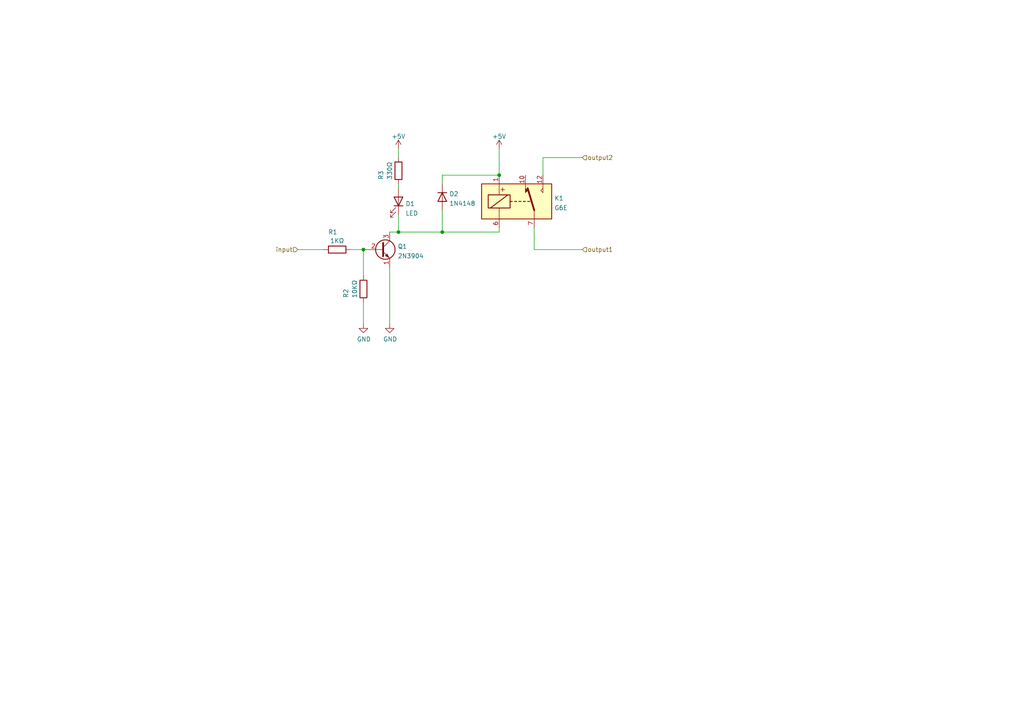
<source format=kicad_sch>
(kicad_sch (version 20211123) (generator eeschema)

  (uuid bb5ba3a0-4714-4acf-8285-c37121ec5d3f)

  (paper "A4")

  (lib_symbols
    (symbol "Device:LED" (pin_numbers hide) (pin_names (offset 1.016) hide) (in_bom yes) (on_board yes)
      (property "Reference" "D" (id 0) (at 0 2.54 0)
        (effects (font (size 1.27 1.27)))
      )
      (property "Value" "LED" (id 1) (at 0 -2.54 0)
        (effects (font (size 1.27 1.27)))
      )
      (property "Footprint" "" (id 2) (at 0 0 0)
        (effects (font (size 1.27 1.27)) hide)
      )
      (property "Datasheet" "~" (id 3) (at 0 0 0)
        (effects (font (size 1.27 1.27)) hide)
      )
      (property "ki_keywords" "LED diode" (id 4) (at 0 0 0)
        (effects (font (size 1.27 1.27)) hide)
      )
      (property "ki_description" "Light emitting diode" (id 5) (at 0 0 0)
        (effects (font (size 1.27 1.27)) hide)
      )
      (property "ki_fp_filters" "LED* LED_SMD:* LED_THT:*" (id 6) (at 0 0 0)
        (effects (font (size 1.27 1.27)) hide)
      )
      (symbol "LED_0_1"
        (polyline
          (pts
            (xy -1.27 -1.27)
            (xy -1.27 1.27)
          )
          (stroke (width 0.254) (type default) (color 0 0 0 0))
          (fill (type none))
        )
        (polyline
          (pts
            (xy -1.27 0)
            (xy 1.27 0)
          )
          (stroke (width 0) (type default) (color 0 0 0 0))
          (fill (type none))
        )
        (polyline
          (pts
            (xy 1.27 -1.27)
            (xy 1.27 1.27)
            (xy -1.27 0)
            (xy 1.27 -1.27)
          )
          (stroke (width 0.254) (type default) (color 0 0 0 0))
          (fill (type none))
        )
        (polyline
          (pts
            (xy -3.048 -0.762)
            (xy -4.572 -2.286)
            (xy -3.81 -2.286)
            (xy -4.572 -2.286)
            (xy -4.572 -1.524)
          )
          (stroke (width 0) (type default) (color 0 0 0 0))
          (fill (type none))
        )
        (polyline
          (pts
            (xy -1.778 -0.762)
            (xy -3.302 -2.286)
            (xy -2.54 -2.286)
            (xy -3.302 -2.286)
            (xy -3.302 -1.524)
          )
          (stroke (width 0) (type default) (color 0 0 0 0))
          (fill (type none))
        )
      )
      (symbol "LED_1_1"
        (pin passive line (at -3.81 0 0) (length 2.54)
          (name "K" (effects (font (size 1.27 1.27))))
          (number "1" (effects (font (size 1.27 1.27))))
        )
        (pin passive line (at 3.81 0 180) (length 2.54)
          (name "A" (effects (font (size 1.27 1.27))))
          (number "2" (effects (font (size 1.27 1.27))))
        )
      )
    )
    (symbol "Device:R" (pin_numbers hide) (pin_names (offset 0)) (in_bom yes) (on_board yes)
      (property "Reference" "R" (id 0) (at 2.032 0 90)
        (effects (font (size 1.27 1.27)))
      )
      (property "Value" "R" (id 1) (at 0 0 90)
        (effects (font (size 1.27 1.27)))
      )
      (property "Footprint" "" (id 2) (at -1.778 0 90)
        (effects (font (size 1.27 1.27)) hide)
      )
      (property "Datasheet" "~" (id 3) (at 0 0 0)
        (effects (font (size 1.27 1.27)) hide)
      )
      (property "ki_keywords" "R res resistor" (id 4) (at 0 0 0)
        (effects (font (size 1.27 1.27)) hide)
      )
      (property "ki_description" "Resistor" (id 5) (at 0 0 0)
        (effects (font (size 1.27 1.27)) hide)
      )
      (property "ki_fp_filters" "R_*" (id 6) (at 0 0 0)
        (effects (font (size 1.27 1.27)) hide)
      )
      (symbol "R_0_1"
        (rectangle (start -1.016 -2.54) (end 1.016 2.54)
          (stroke (width 0.254) (type default) (color 0 0 0 0))
          (fill (type none))
        )
      )
      (symbol "R_1_1"
        (pin passive line (at 0 3.81 270) (length 1.27)
          (name "~" (effects (font (size 1.27 1.27))))
          (number "1" (effects (font (size 1.27 1.27))))
        )
        (pin passive line (at 0 -3.81 90) (length 1.27)
          (name "~" (effects (font (size 1.27 1.27))))
          (number "2" (effects (font (size 1.27 1.27))))
        )
      )
    )
    (symbol "Diode:1N4148" (pin_numbers hide) (pin_names (offset 1.016) hide) (in_bom yes) (on_board yes)
      (property "Reference" "D" (id 0) (at 0 2.54 0)
        (effects (font (size 1.27 1.27)))
      )
      (property "Value" "1N4148" (id 1) (at 0 -2.54 0)
        (effects (font (size 1.27 1.27)))
      )
      (property "Footprint" "Diode_THT:D_DO-35_SOD27_P7.62mm_Horizontal" (id 2) (at 0 -4.445 0)
        (effects (font (size 1.27 1.27)) hide)
      )
      (property "Datasheet" "https://assets.nexperia.com/documents/data-sheet/1N4148_1N4448.pdf" (id 3) (at 0 0 0)
        (effects (font (size 1.27 1.27)) hide)
      )
      (property "ki_keywords" "diode" (id 4) (at 0 0 0)
        (effects (font (size 1.27 1.27)) hide)
      )
      (property "ki_description" "100V 0.15A standard switching diode, DO-35" (id 5) (at 0 0 0)
        (effects (font (size 1.27 1.27)) hide)
      )
      (property "ki_fp_filters" "D*DO?35*" (id 6) (at 0 0 0)
        (effects (font (size 1.27 1.27)) hide)
      )
      (symbol "1N4148_0_1"
        (polyline
          (pts
            (xy -1.27 1.27)
            (xy -1.27 -1.27)
          )
          (stroke (width 0.254) (type default) (color 0 0 0 0))
          (fill (type none))
        )
        (polyline
          (pts
            (xy 1.27 0)
            (xy -1.27 0)
          )
          (stroke (width 0) (type default) (color 0 0 0 0))
          (fill (type none))
        )
        (polyline
          (pts
            (xy 1.27 1.27)
            (xy 1.27 -1.27)
            (xy -1.27 0)
            (xy 1.27 1.27)
          )
          (stroke (width 0.254) (type default) (color 0 0 0 0))
          (fill (type none))
        )
      )
      (symbol "1N4148_1_1"
        (pin passive line (at -3.81 0 0) (length 2.54)
          (name "K" (effects (font (size 1.27 1.27))))
          (number "1" (effects (font (size 1.27 1.27))))
        )
        (pin passive line (at 3.81 0 180) (length 2.54)
          (name "A" (effects (font (size 1.27 1.27))))
          (number "2" (effects (font (size 1.27 1.27))))
        )
      )
    )
    (symbol "Relay:G6E" (in_bom yes) (on_board yes)
      (property "Reference" "K" (id 0) (at 11.43 3.81 0)
        (effects (font (size 1.27 1.27)) (justify left))
      )
      (property "Value" "G6E" (id 1) (at 11.43 1.27 0)
        (effects (font (size 1.27 1.27)) (justify left))
      )
      (property "Footprint" "Relay_THT:Relay_SPDT_Omron_G6E" (id 2) (at 28.702 -0.762 0)
        (effects (font (size 1.27 1.27)) hide)
      )
      (property "Datasheet" "https://www.omron.com/ecb/products/pdf/en-g6e.pdf" (id 3) (at 0 0 0)
        (effects (font (size 1.27 1.27)) hide)
      )
      (property "ki_keywords" "Single Pole Relay SPDT" (id 4) (at 0 0 0)
        (effects (font (size 1.27 1.27)) hide)
      )
      (property "ki_description" "Omron Subminiature Sensitive SPDT Signal Switching Relay, Single-Side Stable" (id 5) (at 0 0 0)
        (effects (font (size 1.27 1.27)) hide)
      )
      (property "ki_fp_filters" "Relay*SPDT*Omron*G6E*" (id 6) (at 0 0 0)
        (effects (font (size 1.27 1.27)) hide)
      )
      (symbol "G6E_0_0"
        (polyline
          (pts
            (xy 7.62 5.08)
            (xy 7.62 2.54)
            (xy 6.985 3.175)
            (xy 7.62 3.81)
          )
          (stroke (width 0) (type default) (color 0 0 0 0))
          (fill (type none))
        )
        (text "+" (at -4.064 3.556 0)
          (effects (font (size 1.524 1.524)))
        )
      )
      (symbol "G6E_0_1"
        (rectangle (start -10.16 5.08) (end 10.16 -5.08)
          (stroke (width 0.254) (type default) (color 0 0 0 0))
          (fill (type background))
        )
        (rectangle (start -8.255 1.905) (end -1.905 -1.905)
          (stroke (width 0.254) (type default) (color 0 0 0 0))
          (fill (type none))
        )
        (polyline
          (pts
            (xy -7.62 -1.905)
            (xy -2.54 1.905)
          )
          (stroke (width 0.254) (type default) (color 0 0 0 0))
          (fill (type none))
        )
        (polyline
          (pts
            (xy -5.08 -5.08)
            (xy -5.08 -1.905)
          )
          (stroke (width 0) (type default) (color 0 0 0 0))
          (fill (type none))
        )
        (polyline
          (pts
            (xy -5.08 5.08)
            (xy -5.08 1.905)
          )
          (stroke (width 0) (type default) (color 0 0 0 0))
          (fill (type none))
        )
        (polyline
          (pts
            (xy -1.905 0)
            (xy -1.27 0)
          )
          (stroke (width 0.254) (type default) (color 0 0 0 0))
          (fill (type none))
        )
        (polyline
          (pts
            (xy -0.635 0)
            (xy 0 0)
          )
          (stroke (width 0.254) (type default) (color 0 0 0 0))
          (fill (type none))
        )
        (polyline
          (pts
            (xy 0.635 0)
            (xy 1.27 0)
          )
          (stroke (width 0.254) (type default) (color 0 0 0 0))
          (fill (type none))
        )
        (polyline
          (pts
            (xy 1.905 0)
            (xy 2.54 0)
          )
          (stroke (width 0.254) (type default) (color 0 0 0 0))
          (fill (type none))
        )
        (polyline
          (pts
            (xy 3.175 0)
            (xy 3.81 0)
          )
          (stroke (width 0.254) (type default) (color 0 0 0 0))
          (fill (type none))
        )
        (polyline
          (pts
            (xy 5.08 -2.54)
            (xy 3.175 3.81)
          )
          (stroke (width 0.508) (type default) (color 0 0 0 0))
          (fill (type none))
        )
        (polyline
          (pts
            (xy 5.08 -2.54)
            (xy 5.08 -5.08)
          )
          (stroke (width 0) (type default) (color 0 0 0 0))
          (fill (type none))
        )
        (polyline
          (pts
            (xy 2.54 5.08)
            (xy 2.54 2.54)
            (xy 3.175 3.175)
            (xy 2.54 3.81)
          )
          (stroke (width 0) (type default) (color 0 0 0 0))
          (fill (type outline))
        )
      )
      (symbol "G6E_1_1"
        (pin passive line (at -5.08 7.62 270) (length 2.54)
          (name "~" (effects (font (size 1.27 1.27))))
          (number "1" (effects (font (size 1.27 1.27))))
        )
        (pin passive line (at 2.54 7.62 270) (length 2.54)
          (name "~" (effects (font (size 1.27 1.27))))
          (number "10" (effects (font (size 1.27 1.27))))
        )
        (pin passive line (at 7.62 7.62 270) (length 2.54)
          (name "~" (effects (font (size 1.27 1.27))))
          (number "12" (effects (font (size 1.27 1.27))))
        )
        (pin passive line (at -5.08 -7.62 90) (length 2.54)
          (name "~" (effects (font (size 1.27 1.27))))
          (number "6" (effects (font (size 1.27 1.27))))
        )
        (pin passive line (at 5.08 -7.62 90) (length 2.54)
          (name "~" (effects (font (size 1.27 1.27))))
          (number "7" (effects (font (size 1.27 1.27))))
        )
      )
    )
    (symbol "Transistor_BJT:2N3904" (pin_names (offset 0) hide) (in_bom yes) (on_board yes)
      (property "Reference" "Q" (id 0) (at 5.08 1.905 0)
        (effects (font (size 1.27 1.27)) (justify left))
      )
      (property "Value" "2N3904" (id 1) (at 5.08 0 0)
        (effects (font (size 1.27 1.27)) (justify left))
      )
      (property "Footprint" "Package_TO_SOT_THT:TO-92_Inline" (id 2) (at 5.08 -1.905 0)
        (effects (font (size 1.27 1.27) italic) (justify left) hide)
      )
      (property "Datasheet" "https://www.onsemi.com/pub/Collateral/2N3903-D.PDF" (id 3) (at 0 0 0)
        (effects (font (size 1.27 1.27)) (justify left) hide)
      )
      (property "ki_keywords" "NPN Transistor" (id 4) (at 0 0 0)
        (effects (font (size 1.27 1.27)) hide)
      )
      (property "ki_description" "0.2A Ic, 40V Vce, Small Signal NPN Transistor, TO-92" (id 5) (at 0 0 0)
        (effects (font (size 1.27 1.27)) hide)
      )
      (property "ki_fp_filters" "TO?92*" (id 6) (at 0 0 0)
        (effects (font (size 1.27 1.27)) hide)
      )
      (symbol "2N3904_0_1"
        (polyline
          (pts
            (xy 0.635 0.635)
            (xy 2.54 2.54)
          )
          (stroke (width 0) (type default) (color 0 0 0 0))
          (fill (type none))
        )
        (polyline
          (pts
            (xy 0.635 -0.635)
            (xy 2.54 -2.54)
            (xy 2.54 -2.54)
          )
          (stroke (width 0) (type default) (color 0 0 0 0))
          (fill (type none))
        )
        (polyline
          (pts
            (xy 0.635 1.905)
            (xy 0.635 -1.905)
            (xy 0.635 -1.905)
          )
          (stroke (width 0.508) (type default) (color 0 0 0 0))
          (fill (type none))
        )
        (polyline
          (pts
            (xy 1.27 -1.778)
            (xy 1.778 -1.27)
            (xy 2.286 -2.286)
            (xy 1.27 -1.778)
            (xy 1.27 -1.778)
          )
          (stroke (width 0) (type default) (color 0 0 0 0))
          (fill (type outline))
        )
        (circle (center 1.27 0) (radius 2.8194)
          (stroke (width 0.254) (type default) (color 0 0 0 0))
          (fill (type none))
        )
      )
      (symbol "2N3904_1_1"
        (pin passive line (at 2.54 -5.08 90) (length 2.54)
          (name "E" (effects (font (size 1.27 1.27))))
          (number "1" (effects (font (size 1.27 1.27))))
        )
        (pin passive line (at -5.08 0 0) (length 5.715)
          (name "B" (effects (font (size 1.27 1.27))))
          (number "2" (effects (font (size 1.27 1.27))))
        )
        (pin passive line (at 2.54 5.08 270) (length 2.54)
          (name "C" (effects (font (size 1.27 1.27))))
          (number "3" (effects (font (size 1.27 1.27))))
        )
      )
    )
    (symbol "power:+5V" (power) (pin_names (offset 0)) (in_bom yes) (on_board yes)
      (property "Reference" "#PWR" (id 0) (at 0 -3.81 0)
        (effects (font (size 1.27 1.27)) hide)
      )
      (property "Value" "+5V" (id 1) (at 0 3.556 0)
        (effects (font (size 1.27 1.27)))
      )
      (property "Footprint" "" (id 2) (at 0 0 0)
        (effects (font (size 1.27 1.27)) hide)
      )
      (property "Datasheet" "" (id 3) (at 0 0 0)
        (effects (font (size 1.27 1.27)) hide)
      )
      (property "ki_keywords" "power-flag" (id 4) (at 0 0 0)
        (effects (font (size 1.27 1.27)) hide)
      )
      (property "ki_description" "Power symbol creates a global label with name \"+5V\"" (id 5) (at 0 0 0)
        (effects (font (size 1.27 1.27)) hide)
      )
      (symbol "+5V_0_1"
        (polyline
          (pts
            (xy -0.762 1.27)
            (xy 0 2.54)
          )
          (stroke (width 0) (type default) (color 0 0 0 0))
          (fill (type none))
        )
        (polyline
          (pts
            (xy 0 0)
            (xy 0 2.54)
          )
          (stroke (width 0) (type default) (color 0 0 0 0))
          (fill (type none))
        )
        (polyline
          (pts
            (xy 0 2.54)
            (xy 0.762 1.27)
          )
          (stroke (width 0) (type default) (color 0 0 0 0))
          (fill (type none))
        )
      )
      (symbol "+5V_1_1"
        (pin power_in line (at 0 0 90) (length 0) hide
          (name "+5V" (effects (font (size 1.27 1.27))))
          (number "1" (effects (font (size 1.27 1.27))))
        )
      )
    )
    (symbol "power:GND" (power) (pin_names (offset 0)) (in_bom yes) (on_board yes)
      (property "Reference" "#PWR" (id 0) (at 0 -6.35 0)
        (effects (font (size 1.27 1.27)) hide)
      )
      (property "Value" "GND" (id 1) (at 0 -3.81 0)
        (effects (font (size 1.27 1.27)))
      )
      (property "Footprint" "" (id 2) (at 0 0 0)
        (effects (font (size 1.27 1.27)) hide)
      )
      (property "Datasheet" "" (id 3) (at 0 0 0)
        (effects (font (size 1.27 1.27)) hide)
      )
      (property "ki_keywords" "power-flag" (id 4) (at 0 0 0)
        (effects (font (size 1.27 1.27)) hide)
      )
      (property "ki_description" "Power symbol creates a global label with name \"GND\" , ground" (id 5) (at 0 0 0)
        (effects (font (size 1.27 1.27)) hide)
      )
      (symbol "GND_0_1"
        (polyline
          (pts
            (xy 0 0)
            (xy 0 -1.27)
            (xy 1.27 -1.27)
            (xy 0 -2.54)
            (xy -1.27 -1.27)
            (xy 0 -1.27)
          )
          (stroke (width 0) (type default) (color 0 0 0 0))
          (fill (type none))
        )
      )
      (symbol "GND_1_1"
        (pin power_in line (at 0 0 270) (length 0) hide
          (name "GND" (effects (font (size 1.27 1.27))))
          (number "1" (effects (font (size 1.27 1.27))))
        )
      )
    )
  )


  (junction (at 128.27 67.31) (diameter 0) (color 0 0 0 0)
    (uuid 361a4148-46f7-45ee-b688-f285e52998d3)
  )
  (junction (at 105.41 72.39) (diameter 0) (color 0 0 0 0)
    (uuid 6c7d66e2-30e2-4d0c-997b-a7b7155a7203)
  )
  (junction (at 144.78 50.8) (diameter 0) (color 0 0 0 0)
    (uuid 83389342-341d-4149-aaf9-0824346fcd8e)
  )
  (junction (at 115.57 67.31) (diameter 0) (color 0 0 0 0)
    (uuid c887e0b2-8719-4175-8374-c0b0a1ec53a0)
  )

  (wire (pts (xy 128.27 50.8) (xy 144.78 50.8))
    (stroke (width 0) (type default) (color 0 0 0 0))
    (uuid 305a5c48-e619-4227-9549-9c60d0176edf)
  )
  (wire (pts (xy 128.27 67.31) (xy 144.78 67.31))
    (stroke (width 0) (type default) (color 0 0 0 0))
    (uuid 4d2b1079-29f7-4456-ab22-8211554ea90b)
  )
  (wire (pts (xy 86.36 72.39) (xy 93.98 72.39))
    (stroke (width 0) (type default) (color 0 0 0 0))
    (uuid 4e11ecd8-2aa8-438c-833f-431a37e74507)
  )
  (wire (pts (xy 105.41 72.39) (xy 105.41 80.01))
    (stroke (width 0) (type default) (color 0 0 0 0))
    (uuid 5463d528-3e32-41da-94e6-fb62529b068f)
  )
  (wire (pts (xy 115.57 67.31) (xy 113.03 67.31))
    (stroke (width 0) (type default) (color 0 0 0 0))
    (uuid 5479aeb0-420d-4d64-8fd8-d329766066a7)
  )
  (wire (pts (xy 144.78 66.04) (xy 144.78 67.31))
    (stroke (width 0) (type default) (color 0 0 0 0))
    (uuid 662203e4-8a06-4828-b199-73b838f6f757)
  )
  (wire (pts (xy 128.27 53.34) (xy 128.27 50.8))
    (stroke (width 0) (type default) (color 0 0 0 0))
    (uuid 6cd53d14-93da-469c-8dce-b850feaac914)
  )
  (wire (pts (xy 113.03 77.47) (xy 113.03 93.98))
    (stroke (width 0) (type default) (color 0 0 0 0))
    (uuid 7578dac6-b1fe-4e0d-ad90-a2ecc32f93c1)
  )
  (wire (pts (xy 144.78 43.18) (xy 144.78 50.8))
    (stroke (width 0) (type default) (color 0 0 0 0))
    (uuid 87d7ecda-8908-45cd-bcd6-697cb5464c09)
  )
  (wire (pts (xy 128.27 60.96) (xy 128.27 67.31))
    (stroke (width 0) (type default) (color 0 0 0 0))
    (uuid 893e0e53-8dee-440a-8277-a7db91e2f266)
  )
  (wire (pts (xy 115.57 62.23) (xy 115.57 67.31))
    (stroke (width 0) (type default) (color 0 0 0 0))
    (uuid 8f2088eb-5b7c-41db-8296-ea50081feba2)
  )
  (wire (pts (xy 128.27 67.31) (xy 115.57 67.31))
    (stroke (width 0) (type default) (color 0 0 0 0))
    (uuid 93130f14-e6bf-4e27-93db-ec8d65fa52ce)
  )
  (wire (pts (xy 157.48 45.72) (xy 157.48 50.8))
    (stroke (width 0) (type default) (color 0 0 0 0))
    (uuid 9bb058c8-acc4-46c6-be11-b6f8db4b9504)
  )
  (wire (pts (xy 168.91 45.72) (xy 157.48 45.72))
    (stroke (width 0) (type default) (color 0 0 0 0))
    (uuid b65aa79f-1499-46d1-b70b-4787fd9291ac)
  )
  (wire (pts (xy 154.94 72.39) (xy 154.94 66.04))
    (stroke (width 0) (type default) (color 0 0 0 0))
    (uuid bd57e917-d01a-465c-8bcb-af0b8a0b9d5e)
  )
  (wire (pts (xy 168.91 72.39) (xy 154.94 72.39))
    (stroke (width 0) (type default) (color 0 0 0 0))
    (uuid bf52da6e-0e4c-4ab8-a757-ea0ab3054a2a)
  )
  (wire (pts (xy 105.41 87.63) (xy 105.41 93.98))
    (stroke (width 0) (type default) (color 0 0 0 0))
    (uuid c099ce96-346d-4716-9a26-e245dad49641)
  )
  (wire (pts (xy 115.57 43.18) (xy 115.57 45.72))
    (stroke (width 0) (type default) (color 0 0 0 0))
    (uuid d08ca2b2-a9e1-47f7-9171-90d8f6e5ba52)
  )
  (wire (pts (xy 115.57 53.34) (xy 115.57 54.61))
    (stroke (width 0) (type default) (color 0 0 0 0))
    (uuid f2820135-528f-4ff9-80e5-eb40f0731891)
  )
  (wire (pts (xy 101.6 72.39) (xy 105.41 72.39))
    (stroke (width 0) (type default) (color 0 0 0 0))
    (uuid f2db3ca1-4706-4dd3-88bd-c220a6fd591c)
  )

  (hierarchical_label "input" (shape input) (at 86.36 72.39 180)
    (effects (font (size 1.27 1.27)) (justify right))
    (uuid 8ccb43a5-366f-429d-ab9d-6ffb42ac19fb)
  )
  (hierarchical_label "output2" (shape input) (at 168.91 45.72 0)
    (effects (font (size 1.27 1.27)) (justify left))
    (uuid bdaa8aa5-cf95-4a11-beb9-2df770472483)
  )
  (hierarchical_label "output1" (shape input) (at 168.91 72.39 0)
    (effects (font (size 1.27 1.27)) (justify left))
    (uuid f7eb4a01-d86a-4f82-820c-de5e06f18a31)
  )

  (symbol (lib_id "power:+5V") (at 115.57 43.18 0)
    (in_bom yes) (on_board yes) (fields_autoplaced)
    (uuid 117698d6-a3c5-44ba-bfb6-1267654add1f)
    (property "Reference" "#PWR0104" (id 0) (at 115.57 46.99 0)
      (effects (font (size 1.27 1.27)) hide)
    )
    (property "Value" "+5V" (id 1) (at 115.57 39.5755 0))
    (property "Footprint" "" (id 2) (at 115.57 43.18 0)
      (effects (font (size 1.27 1.27)) hide)
    )
    (property "Datasheet" "" (id 3) (at 115.57 43.18 0)
      (effects (font (size 1.27 1.27)) hide)
    )
    (pin "1" (uuid de9190be-0426-45cf-b72f-6e933d6151f4))
  )

  (symbol (lib_id "Transistor_BJT:2N3904") (at 110.49 72.39 0)
    (in_bom yes) (on_board yes) (fields_autoplaced)
    (uuid 1d8ff4ad-528d-4cab-a6b3-3da43144c733)
    (property "Reference" "Q1" (id 0) (at 115.3414 71.4815 0)
      (effects (font (size 1.27 1.27)) (justify left))
    )
    (property "Value" "2N3904" (id 1) (at 115.3414 74.2566 0)
      (effects (font (size 1.27 1.27)) (justify left))
    )
    (property "Footprint" "Package_TO_SOT_SMD:SOT-23" (id 2) (at 115.57 74.295 0)
      (effects (font (size 1.27 1.27) italic) (justify left) hide)
    )
    (property "Datasheet" "https://datasheet.lcsc.com/lcsc/1806151220_KEC-Semicon-2N3904S-RTK-PS_C18536.pdf" (id 3) (at 110.49 72.39 0)
      (effects (font (size 1.27 1.27)) (justify left) hide)
    )
    (property "LCSC" "C18536" (id 4) (at 110.49 72.39 0)
      (effects (font (size 1.27 1.27)) hide)
    )
    (pin "1" (uuid 940a7f09-fda9-470c-a998-3916c6c05adf))
    (pin "2" (uuid 8f4889a9-a881-45b3-8a2c-516fdf9adbbf))
    (pin "3" (uuid c453d96c-6fe1-416c-a1cb-3af32f928ca7))
  )

  (symbol (lib_id "Relay:G6E") (at 149.86 58.42 0)
    (in_bom yes) (on_board yes) (fields_autoplaced)
    (uuid 3abbc070-c8ec-443b-af0a-da8480a602c6)
    (property "Reference" "K1" (id 0) (at 160.782 57.5115 0)
      (effects (font (size 1.27 1.27)) (justify left))
    )
    (property "Value" "G6E" (id 1) (at 160.782 60.2866 0)
      (effects (font (size 1.27 1.27)) (justify left))
    )
    (property "Footprint" "Relay_THT:Relay_SPDT_Omron_G6E" (id 2) (at 178.562 59.182 0)
      (effects (font (size 1.27 1.27)) hide)
    )
    (property "Datasheet" "https://www.omron.com/ecb/products/pdf/en-g6e.pdf" (id 3) (at 149.86 58.42 0)
      (effects (font (size 1.27 1.27)) hide)
    )
    (pin "1" (uuid d5fdb68f-b709-4bfc-90f2-b991af0b6540))
    (pin "10" (uuid f11284ab-335b-401c-90d2-a7c515b7d6e6))
    (pin "12" (uuid 3561ef08-7cf2-4e5f-96c4-e72a61d2fc46))
    (pin "6" (uuid 7e8ffcea-370c-49c7-a1c6-553c7870f709))
    (pin "7" (uuid 9be526ac-c03b-4265-9410-285135c118f4))
  )

  (symbol (lib_id "power:GND") (at 105.41 93.98 0)
    (in_bom yes) (on_board yes)
    (uuid 48e4e98f-789f-4040-8ab6-79b934950c05)
    (property "Reference" "#PWR0102" (id 0) (at 105.41 100.33 0)
      (effects (font (size 1.27 1.27)) hide)
    )
    (property "Value" "GND" (id 1) (at 105.537 98.3742 0))
    (property "Footprint" "" (id 2) (at 105.41 93.98 0)
      (effects (font (size 1.27 1.27)) hide)
    )
    (property "Datasheet" "" (id 3) (at 105.41 93.98 0)
      (effects (font (size 1.27 1.27)) hide)
    )
    (pin "1" (uuid 6b1014af-3b18-4920-99d2-f06bf0babfc5))
  )

  (symbol (lib_id "Device:R") (at 105.41 83.82 0)
    (in_bom yes) (on_board yes)
    (uuid 6d6fa292-6322-4df6-8069-a63ea37e4e1a)
    (property "Reference" "R2" (id 0) (at 100.33 85.09 90))
    (property "Value" "10KΩ" (id 1) (at 102.87 83.82 90))
    (property "Footprint" "Resistor_SMD:R_0402_1005Metric" (id 2) (at 103.632 83.82 90)
      (effects (font (size 1.27 1.27)) hide)
    )
    (property "Datasheet" "https://datasheet.lcsc.com/lcsc/2206010100_UNI-ROYAL-Uniroyal-Elec-0402WGF1002TCE_C25744.pdf" (id 3) (at 105.41 83.82 0)
      (effects (font (size 1.27 1.27)) hide)
    )
    (property "LCSC" "C25744" (id 4) (at 105.41 83.82 90)
      (effects (font (size 1.27 1.27)) hide)
    )
    (pin "1" (uuid 1dc26feb-1a70-4c64-8812-fb0fcbf8bdb3))
    (pin "2" (uuid 0412aa84-0ba8-4338-85a9-bc007f3b4780))
  )

  (symbol (lib_id "Device:R") (at 97.79 72.39 270)
    (in_bom yes) (on_board yes)
    (uuid 712cad95-973f-407e-a80b-c008cc3bdae7)
    (property "Reference" "R1" (id 0) (at 96.52 67.31 90))
    (property "Value" "1KΩ" (id 1) (at 97.79 69.85 90))
    (property "Footprint" "Resistor_SMD:R_0402_1005Metric" (id 2) (at 97.79 70.612 90)
      (effects (font (size 1.27 1.27)) hide)
    )
    (property "Datasheet" "https://datasheet.lcsc.com/lcsc/2206010216_UNI-ROYAL-Uniroyal-Elec-0402WGF1001TCE_C11702.pdf" (id 3) (at 97.79 72.39 0)
      (effects (font (size 1.27 1.27)) hide)
    )
    (property "LCSC" "C11702" (id 4) (at 97.79 72.39 90)
      (effects (font (size 1.27 1.27)) hide)
    )
    (pin "1" (uuid 0be2535e-cab1-433e-99cd-763c9378ce9e))
    (pin "2" (uuid 3cc64f95-ce28-4f3a-868b-1984c6cbe8e4))
  )

  (symbol (lib_id "Diode:1N4148") (at 128.27 57.15 270)
    (in_bom yes) (on_board yes) (fields_autoplaced)
    (uuid 8373941c-9b20-4954-b46f-27acacd037b6)
    (property "Reference" "D2" (id 0) (at 130.302 56.2415 90)
      (effects (font (size 1.27 1.27)) (justify left))
    )
    (property "Value" "1N4148" (id 1) (at 130.302 59.0166 90)
      (effects (font (size 1.27 1.27)) (justify left))
    )
    (property "Footprint" "Diode_SMD:D_SOD-123" (id 2) (at 123.825 57.15 0)
      (effects (font (size 1.27 1.27)) hide)
    )
    (property "Datasheet" "https://datasheet.lcsc.com/lcsc/1811061725_ST-Semtech-1N4148W_C81598.pdf" (id 3) (at 128.27 57.15 0)
      (effects (font (size 1.27 1.27)) hide)
    )
    (property "LCSC" "C81598" (id 4) (at 128.27 57.15 90)
      (effects (font (size 1.27 1.27)) hide)
    )
    (pin "1" (uuid cffbc373-e375-4624-a053-2e089f6c7c3f))
    (pin "2" (uuid ed2885b5-f3c4-4bf1-97db-c3789a851293))
  )

  (symbol (lib_id "power:+5V") (at 144.78 43.18 0)
    (in_bom yes) (on_board yes) (fields_autoplaced)
    (uuid aa13b47b-6d22-47f8-b637-09ce86c078ea)
    (property "Reference" "#PWR0101" (id 0) (at 144.78 46.99 0)
      (effects (font (size 1.27 1.27)) hide)
    )
    (property "Value" "+5V" (id 1) (at 144.78 39.5755 0))
    (property "Footprint" "" (id 2) (at 144.78 43.18 0)
      (effects (font (size 1.27 1.27)) hide)
    )
    (property "Datasheet" "" (id 3) (at 144.78 43.18 0)
      (effects (font (size 1.27 1.27)) hide)
    )
    (pin "1" (uuid fb2bcbc4-0143-44e7-9bd8-0e0aea63c8ac))
  )

  (symbol (lib_id "Device:R") (at 115.57 49.53 0)
    (in_bom yes) (on_board yes)
    (uuid d84d0d1e-2257-44dc-92a8-633bd89ccae3)
    (property "Reference" "R3" (id 0) (at 110.49 50.8 90))
    (property "Value" "330Ω" (id 1) (at 113.03 49.53 90))
    (property "Footprint" "Resistor_SMD:R_0402_1005Metric" (id 2) (at 113.792 49.53 90)
      (effects (font (size 1.27 1.27)) hide)
    )
    (property "Datasheet" "https://datasheet.lcsc.com/lcsc/2205311900_UNI-ROYAL-Uniroyal-Elec-0402WGF3300TCE_C25104.pdf" (id 3) (at 115.57 49.53 0)
      (effects (font (size 1.27 1.27)) hide)
    )
    (property "LCSC" "C25104" (id 4) (at 115.57 49.53 90)
      (effects (font (size 1.27 1.27)) hide)
    )
    (pin "1" (uuid 1cbb102f-960e-4a2f-a685-de0dea379a9f))
    (pin "2" (uuid 578e6ff5-66c8-4acd-8939-e86f1222e61d))
  )

  (symbol (lib_id "Device:LED") (at 115.57 58.42 270) (mirror x)
    (in_bom yes) (on_board yes) (fields_autoplaced)
    (uuid eda92985-270f-4ee2-b486-2952cb98542f)
    (property "Reference" "D1" (id 0) (at 117.602 59.099 90)
      (effects (font (size 1.27 1.27)) (justify left))
    )
    (property "Value" "LED" (id 1) (at 117.602 61.8741 90)
      (effects (font (size 1.27 1.27)) (justify left))
    )
    (property "Footprint" "Diode_SMD:D_0805_2012Metric" (id 2) (at 115.57 58.42 0)
      (effects (font (size 1.27 1.27)) hide)
    )
    (property "Datasheet" "https://datasheet.lcsc.com/lcsc/1806151820_Hubei-KENTO-Elec-C2297_C2297.pdf" (id 3) (at 115.57 58.42 0)
      (effects (font (size 1.27 1.27)) hide)
    )
    (property "LCSC" "C2297" (id 4) (at 115.57 58.42 90)
      (effects (font (size 1.27 1.27)) hide)
    )
    (pin "1" (uuid e7bcdd68-fabf-4bbd-aa75-c1144b3be21f))
    (pin "2" (uuid 98a5dfe7-233d-435c-bb43-89e12aa7722e))
  )

  (symbol (lib_id "power:GND") (at 113.03 93.98 0)
    (in_bom yes) (on_board yes)
    (uuid f96b1cf9-e791-4080-95d0-97a5ca590834)
    (property "Reference" "#PWR0103" (id 0) (at 113.03 100.33 0)
      (effects (font (size 1.27 1.27)) hide)
    )
    (property "Value" "GND" (id 1) (at 113.157 98.3742 0))
    (property "Footprint" "" (id 2) (at 113.03 93.98 0)
      (effects (font (size 1.27 1.27)) hide)
    )
    (property "Datasheet" "" (id 3) (at 113.03 93.98 0)
      (effects (font (size 1.27 1.27)) hide)
    )
    (pin "1" (uuid 88f5a0c2-cbc1-4840-9752-880eb7e2412b))
  )
)

</source>
